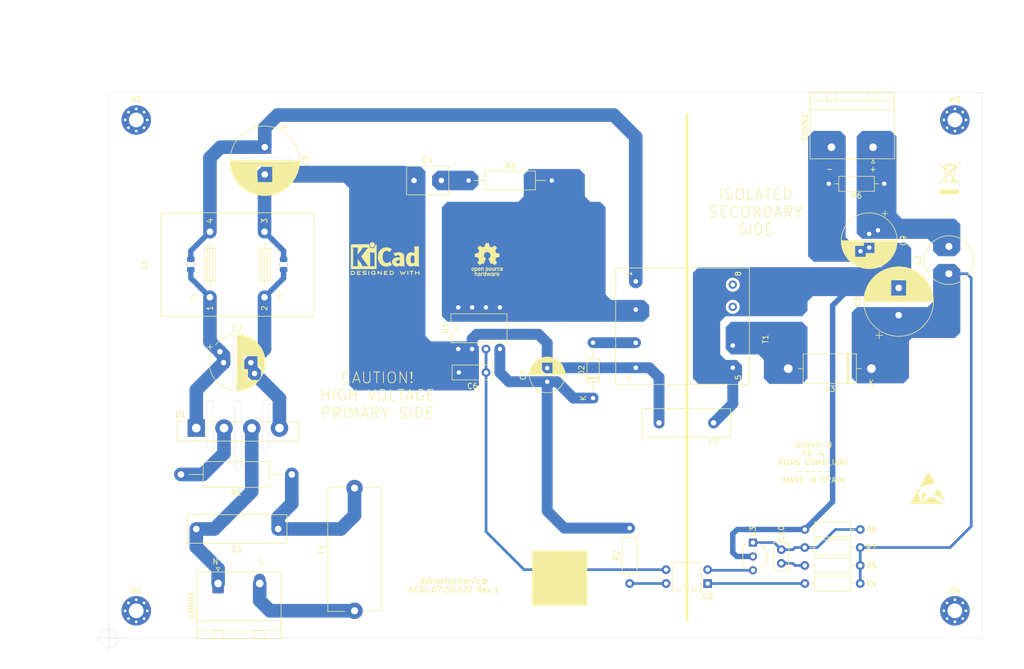
<source format=kicad_pcb>
(kicad_pcb (version 20171130) (host pcbnew 5.1.6-c6e7f7d~86~ubuntu16.04.1)
  (title_block (title "AC/DC flyback. 12V/0.85A output.") (date 2020-06-26) (rev 1) (company astroelectronic@))
  (layers (0 F.Cu signal) (31 B.Cu signal) (34 B.Paste user) (35 F.Paste user) (36 B.SilkS user) (37 F.SilkS user) (38 B.Mask user) (39 F.Mask user) (44 Edge.Cuts user))
  (net 0 "")
  (net 1 GND)
  (net 2 "Net-(C1-Pad1)")
  (net 3 GNDREF)
  (net 4 "Net-(H1-Pad1)")
  (net 5 "Net-(H2-Pad1)")
  (net 6 "Net-(H3-Pad1)")
  (net 7 "Net-(H4-Pad1)")
  (net 8 "Net-(D1-Pad2)")
  (net 9 /NEUTRAL)
  (net 10 /BRD_P)
  (net 11 /BRD_N)
  (net 12 /LINE)
  (net 13 /DC_LINK_H)
  (net 14 /OUT)
  (net 15 /DRAIN)
  (net 16 /BIAS)
  (net 17 /SEC)
  (net 18 /FB)
  (net 19 /VCC)
  (net 20 /ISO_A)
  (net 21 /ISO_K)
  (net 22 /COLLECTOR)
  (net 23 /REF)
  (net 24 "Net-(C4-Pad2)")
  (net 25 /RAW)
  (net 26 "Net-(C10-Pad1)")
  (module Resistor_SMD:R_0805_2012Metric (layer B.Cu) (at 82 81.5 270)
    (fp_text reference REF** hide)
    (fp_text value R_0805_2012Metric hide)
    (pad 2 smd roundrect (at 0.9375 0 270) (size 0.975 1.4) (layers B.Cu B.Paste B.Mask) (net 11 /BRD_N))
    (pad 1 smd roundrect (at -0.9375 0 270) (size 0.975 1.4) (layers B.Cu B.Paste B.Mask) (net 3 GNDREF))
  )
  (module Resistor_SMD:R_0805_2012Metric (layer B.Cu) (at 65 81.5 270)
    (fp_text reference REF** hide)
    (fp_text value R_0805_2012Metric hide)
    (pad 2 smd roundrect (at 0.9375 0 270) (size 0.975 1.4) (layers B.Cu B.Paste B.Mask) (net 10 /BRD_P))
    (pad 1 smd roundrect (at -0.9375 0 270) (size 0.975 1.4) (layers B.Cu B.Paste B.Mask) (net 13 /DC_LINK_H))
  )
  (module Symbol:OSHW-Logo_5.7x6mm_SilkScreen (layer F.Cu) (at 119.3 80.6)
    (fp_text reference REF** hide)
    (fp_text value OSHW-Logo_5.7x6mm_SilkScreen hide)
  )
  (module Symbol:KiCad-Logo2_5mm_SilkScreen (layer F.Cu) (at 100.6 80.4)
    (fp_text reference REF** hide)
    (fp_text value KiCad-Logo2_5mm_SilkScreen hide)
  )
  (module Symbol:ESD-Logo_6.6x6mm_SilkScreen (layer F.Cu) (at 200 122.4)
    (fp_text reference REF** hide)
    (fp_text value ESD-Logo_6.6x6mm_SilkScreen hide)
  )
  (module Symbol:WEEE-Logo_4.2x6mm_SilkScreen (layer F.Cu) (at 204 65.6)
    (fp_text reference REF** hide)
    (fp_text value WEEE-Logo_4.2x6mm_SilkScreen hide)
  )
  (module Connector_Phoenix_GMSTB:PhoenixContact_GMSTBA_2,5_2-G-7,62_1x02_P7.62mm_Horizontal (layer F.Cu) (at 70 140)
    (fp_text reference CONN1 (at -4.9 3.9 90) (layer F.SilkS))
    (fp_text value 100-240Vac)
    (pad 1 thru_hole roundrect (at 0 0) (size 2.1 3.6) (drill 1.4) (layers *.Cu *.Mask) (roundrect_rratio 0.119048) (net 9 /NEUTRAL))
    (pad 2 thru_hole oval (at 7.62 0) (size 2.1 3.6) (drill 1.4) (layers *.Cu *.Mask) (net 12 /LINE))
  )
  (module Connector_Phoenix_GMSTB:PhoenixContact_GMSTBA_2,5_2-G-7,62_1x02_P7.62mm_Horizontal (layer F.Cu) (at 190 60 180)
    (fp_text reference CONN2 (at 12.5 3.6 90) (layer F.SilkS))
    (fp_text value 12V/0.85A)
    (pad 2 thru_hole oval (at 7.62 0 180) (size 2.1 3.6) (drill 1.4) (layers *.Cu *.Mask) (net 1 GND))
    (pad 1 thru_hole roundrect (at 0 0 180) (size 2.1 3.6) (drill 1.4) (layers *.Cu *.Mask) (roundrect_rratio 0.119048) (net 14 /OUT))
  )
  (module MountingHole:MountingHole_2.7mm_M2.5_Pad_Via (layer F.Cu) (at 55 145)
    (fp_text reference H1 (at 0 -3.7) (layer F.SilkS))
    (fp_text value M2.5)
    (pad 1 thru_hole circle (at 1.431891 -1.431891) (size 0.8 0.8) (drill 0.5) (layers *.Cu *.Mask) (net 4 "Net-(H1-Pad1)"))
    (pad 1 thru_hole circle (at 0 -2.025) (size 0.8 0.8) (drill 0.5) (layers *.Cu *.Mask) (net 4 "Net-(H1-Pad1)"))
    (pad 1 thru_hole circle (at -1.431891 -1.431891) (size 0.8 0.8) (drill 0.5) (layers *.Cu *.Mask) (net 4 "Net-(H1-Pad1)"))
    (pad 1 thru_hole circle (at -2.025 0) (size 0.8 0.8) (drill 0.5) (layers *.Cu *.Mask) (net 4 "Net-(H1-Pad1)"))
    (pad 1 thru_hole circle (at -1.431891 1.431891) (size 0.8 0.8) (drill 0.5) (layers *.Cu *.Mask) (net 4 "Net-(H1-Pad1)"))
    (pad 1 thru_hole circle (at 0 2.025) (size 0.8 0.8) (drill 0.5) (layers *.Cu *.Mask) (net 4 "Net-(H1-Pad1)"))
    (pad 1 thru_hole circle (at 1.431891 1.431891) (size 0.8 0.8) (drill 0.5) (layers *.Cu *.Mask) (net 4 "Net-(H1-Pad1)"))
    (pad 1 thru_hole circle (at 2.025 0) (size 0.8 0.8) (drill 0.5) (layers *.Cu *.Mask) (net 4 "Net-(H1-Pad1)"))
    (pad 1 thru_hole circle (at 0 0) (size 5.4 5.4) (drill 2.7) (layers *.Cu *.Mask) (net 4 "Net-(H1-Pad1)"))
  )
  (module MountingHole:MountingHole_2.7mm_M2.5_Pad_Via (layer F.Cu) (at 55 55)
    (fp_text reference H2 (at 0 -3.7) (layer F.SilkS))
    (fp_text value M2.5)
    (pad 1 thru_hole circle (at 0 0) (size 5.4 5.4) (drill 2.7) (layers *.Cu *.Mask) (net 5 "Net-(H2-Pad1)"))
    (pad 1 thru_hole circle (at 2.025 0) (size 0.8 0.8) (drill 0.5) (layers *.Cu *.Mask) (net 5 "Net-(H2-Pad1)"))
    (pad 1 thru_hole circle (at 1.431891 1.431891) (size 0.8 0.8) (drill 0.5) (layers *.Cu *.Mask) (net 5 "Net-(H2-Pad1)"))
    (pad 1 thru_hole circle (at 0 2.025) (size 0.8 0.8) (drill 0.5) (layers *.Cu *.Mask) (net 5 "Net-(H2-Pad1)"))
    (pad 1 thru_hole circle (at -1.431891 1.431891) (size 0.8 0.8) (drill 0.5) (layers *.Cu *.Mask) (net 5 "Net-(H2-Pad1)"))
    (pad 1 thru_hole circle (at -2.025 0) (size 0.8 0.8) (drill 0.5) (layers *.Cu *.Mask) (net 5 "Net-(H2-Pad1)"))
    (pad 1 thru_hole circle (at -1.431891 -1.431891) (size 0.8 0.8) (drill 0.5) (layers *.Cu *.Mask) (net 5 "Net-(H2-Pad1)"))
    (pad 1 thru_hole circle (at 0 -2.025) (size 0.8 0.8) (drill 0.5) (layers *.Cu *.Mask) (net 5 "Net-(H2-Pad1)"))
    (pad 1 thru_hole circle (at 1.431891 -1.431891) (size 0.8 0.8) (drill 0.5) (layers *.Cu *.Mask) (net 5 "Net-(H2-Pad1)"))
  )
  (module MountingHole:MountingHole_2.7mm_M2.5_Pad_Via (layer F.Cu) (at 205 55)
    (fp_text reference H3 (at 0 -3.7) (layer F.SilkS))
    (fp_text value M2.5)
    (pad 1 thru_hole circle (at 1.431891 -1.431891) (size 0.8 0.8) (drill 0.5) (layers *.Cu *.Mask) (net 6 "Net-(H3-Pad1)"))
    (pad 1 thru_hole circle (at 0 -2.025) (size 0.8 0.8) (drill 0.5) (layers *.Cu *.Mask) (net 6 "Net-(H3-Pad1)"))
    (pad 1 thru_hole circle (at -1.431891 -1.431891) (size 0.8 0.8) (drill 0.5) (layers *.Cu *.Mask) (net 6 "Net-(H3-Pad1)"))
    (pad 1 thru_hole circle (at -2.025 0) (size 0.8 0.8) (drill 0.5) (layers *.Cu *.Mask) (net 6 "Net-(H3-Pad1)"))
    (pad 1 thru_hole circle (at -1.431891 1.431891) (size 0.8 0.8) (drill 0.5) (layers *.Cu *.Mask) (net 6 "Net-(H3-Pad1)"))
    (pad 1 thru_hole circle (at 0 2.025) (size 0.8 0.8) (drill 0.5) (layers *.Cu *.Mask) (net 6 "Net-(H3-Pad1)"))
    (pad 1 thru_hole circle (at 1.431891 1.431891) (size 0.8 0.8) (drill 0.5) (layers *.Cu *.Mask) (net 6 "Net-(H3-Pad1)"))
    (pad 1 thru_hole circle (at 2.025 0) (size 0.8 0.8) (drill 0.5) (layers *.Cu *.Mask) (net 6 "Net-(H3-Pad1)"))
    (pad 1 thru_hole circle (at 0 0) (size 5.4 5.4) (drill 2.7) (layers *.Cu *.Mask) (net 6 "Net-(H3-Pad1)"))
  )
  (module MountingHole:MountingHole_2.7mm_M2.5_Pad_Via (layer F.Cu) (at 205 145)
    (fp_text reference H4 (at 0 -3.7) (layer F.SilkS))
    (fp_text value M2.5)
    (pad 1 thru_hole circle (at 0 0) (size 5.4 5.4) (drill 2.7) (layers *.Cu *.Mask) (net 7 "Net-(H4-Pad1)"))
    (pad 1 thru_hole circle (at 2.025 0) (size 0.8 0.8) (drill 0.5) (layers *.Cu *.Mask) (net 7 "Net-(H4-Pad1)"))
    (pad 1 thru_hole circle (at 1.431891 1.431891) (size 0.8 0.8) (drill 0.5) (layers *.Cu *.Mask) (net 7 "Net-(H4-Pad1)"))
    (pad 1 thru_hole circle (at 0 2.025) (size 0.8 0.8) (drill 0.5) (layers *.Cu *.Mask) (net 7 "Net-(H4-Pad1)"))
    (pad 1 thru_hole circle (at -1.431891 1.431891) (size 0.8 0.8) (drill 0.5) (layers *.Cu *.Mask) (net 7 "Net-(H4-Pad1)"))
    (pad 1 thru_hole circle (at -2.025 0) (size 0.8 0.8) (drill 0.5) (layers *.Cu *.Mask) (net 7 "Net-(H4-Pad1)"))
    (pad 1 thru_hole circle (at -1.431891 -1.431891) (size 0.8 0.8) (drill 0.5) (layers *.Cu *.Mask) (net 7 "Net-(H4-Pad1)"))
    (pad 1 thru_hole circle (at 0 -2.025) (size 0.8 0.8) (drill 0.5) (layers *.Cu *.Mask) (net 7 "Net-(H4-Pad1)"))
    (pad 1 thru_hole circle (at 1.431891 -1.431891) (size 0.8 0.8) (drill 0.5) (layers *.Cu *.Mask) (net 7 "Net-(H4-Pad1)"))
  )
  (module Capacitor_THT:C_Rect_L18.0mm_W5.0mm_P15.00mm_FKS3_FKP3 (layer F.Cu) (at 81 130 180)
    (fp_text reference C1 (at 7.5 -3.75) (layer F.SilkS))
    (fp_text value 0.047uF)
    (pad 1 thru_hole circle (at 0 0 180) (size 2.4 2.4) (drill 1.2) (layers *.Cu *.Mask) (net 2 "Net-(C1-Pad1)"))
    (pad 2 thru_hole circle (at 15 0 180) (size 2.4 2.4) (drill 1.2) (layers *.Cu *.Mask) (net 9 /NEUTRAL))
  )
  (module Diode_THT:Diode_Bridge_Vishay_GBU (layer F.Cu) (at 66 111.5)
    (fp_text reference D1 (at -2.9 -2.5 180) (layer F.SilkS))
    (fp_text value GBU4K-E3/51)
    (pad 4 thru_hole circle (at 15.24 0) (size 3.2 3.2) (drill 1.6) (layers *.Cu *.Mask) (net 11 /BRD_N))
    (pad 3 thru_hole circle (at 10.16 0) (size 3.2 3.2) (drill 1.6) (layers *.Cu *.Mask) (net 9 /NEUTRAL))
    (pad 2 thru_hole circle (at 5.08 0) (size 3.2 3.2) (drill 1.6) (layers *.Cu *.Mask) (net 8 "Net-(D1-Pad2)"))
    (pad 1 thru_hole rect (at 0 0) (size 3.2 3.2) (drill 1.6) (layers *.Cu *.Mask) (net 10 /BRD_P))
  )
  (module Fuse:Fuseholder_Cylinder-5x20mm_Schurter_0031_8201_Horizontal_Open (layer F.Cu) (at 95 145 90)
    (fp_text reference F1 (at 11.25 -6 90) (layer F.SilkS))
    (fp_text value 1AT/250V)
    (pad 1 thru_hole circle (at 0 0 90) (size 3 3) (drill 1.3) (layers *.Cu *.Mask) (net 12 /LINE))
    (pad 2 thru_hole circle (at 22.5 0 90) (size 3 3) (drill 1.3) (layers *.Cu *.Mask) (net 2 "Net-(C1-Pad1)"))
    (pad "" np_thru_hole circle (at 11.25 0 90) (size 2.7 2.7) (drill 2.7) (layers *.Cu *.Mask))
  )
  (module AE01.17.25.000:L_CommonMode_Wuerth_WE-CMB-NC (layer F.Cu) (at 68.5 87.5 90)
    (fp_text reference L1 (at 6 -12 90) (layer F.SilkS))
    (fp_text value 2x35mH)
    (fp_text user 1 (at -2 0 90) (layer F.SilkS))
    (fp_text user 4 (at 14 0 90) (layer F.SilkS))
    (fp_text user 2 (at -2 10 90) (layer F.SilkS))
    (fp_text user 3 (at 14 10 90) (layer F.SilkS))
    (pad 2 thru_hole circle (at 0 10 90) (size 2.2 2.2) (drill 1.2) (layers *.Cu *.Mask) (net 11 /BRD_N))
    (pad 3 thru_hole circle (at 12 10 90) (size 2.2 2.2) (drill 1.2) (layers *.Cu *.Mask) (net 3 GNDREF))
    (pad 4 thru_hole circle (at 12 0 90) (size 2.2 2.2) (drill 1.2) (layers *.Cu *.Mask) (net 13 /DC_LINK_H))
    (pad 1 thru_hole circle (at 0 0 90) (size 2.2 2.2) (drill 1.2) (layers *.Cu *.Mask) (net 10 /BRD_P))
  )
  (module Resistor_THT:R_Axial_DIN0414_L11.9mm_D4.5mm_P20.32mm_Horizontal (layer F.Cu) (at 83.5 120 180)
    (fp_text reference R1 (at 10.16 -3.37) (layer F.SilkS))
    (fp_text value 5ohm/1W)
    (pad 1 thru_hole circle (at 0 0 180) (size 2.4 2.4) (drill 1.2) (layers *.Cu *.Mask) (net 2 "Net-(C1-Pad1)"))
    (pad 2 thru_hole oval (at 20.32 0 180) (size 2.4 2.4) (drill 1.2) (layers *.Cu *.Mask) (net 8 "Net-(D1-Pad2)"))
  )
  (module AE01.17.29.000:CVP_32-001 (layer F.Cu) (at 164.3 85.2 270)
    (fp_text reference T1 (at 10 -6 90) (layer F.SilkS))
    (fp_text value CVP_32-001)
    (fp_text user 1 (at -2 19 90) (layer F.SilkS))
    (fp_text user 4 (at 17 19 90) (layer F.SilkS))
    (fp_text user 5 (at 17 -1 90) (layer F.SilkS))
    (fp_text user 8 (at -2 -1 90) (layer F.SilkS))
    (pad 1 thru_hole circle (at -0.6 17.78 270) (size 1.524 1.524) (drill 0.84) (layers *.Cu *.Mask) (net 13 /DC_LINK_H))
    (pad 2 thru_hole circle (at 4.57 17.78 270) (size 1.524 1.524) (drill 0.84) (layers *.Cu *.Mask) (net 15 /DRAIN))
    (pad 3 thru_hole circle (at 10.67 17.78 270) (size 1.524 1.524) (drill 0.84) (layers *.Cu *.Mask) (net 16 /BIAS))
    (pad 4 thru_hole circle (at 15.24 17.78 270) (size 1.524 1.524) (drill 0.84) (layers *.Cu *.Mask) (net 3 GNDREF))
    (pad 8 thru_hole circle (at 0 0 270) (size 1.524 1.524) (drill 0.84) (layers *.Cu *.Mask))
    (pad 6 thru_hole circle (at 11.17 0 270) (size 1.524 1.524) (drill 0.84) (layers *.Cu *.Mask) (net 17 /SEC))
    (pad 7 thru_hole circle (at 4.06 0 270) (size 1.524 1.524) (drill 0.84) (layers *.Cu *.Mask))
    (pad 5 thru_hole circle (at 15.23 0 270) (size 1.524 1.524) (drill 0.84) (layers *.Cu *.Mask) (net 1 GND))
  )
  (module Package_DIP:DIP-8_W7.62mm (layer F.Cu) (at 114 97 90)
    (fp_text reference U1 (at 3.81 -2.33 90) (layer F.SilkS))
    (fp_text value VIPer22ADIP-E)
    (pad 1 thru_hole rect (at 0 0 90) (size 1.6 1.6) (drill 0.8) (layers *.Cu *.Mask) (net 3 GNDREF))
    (pad 5 thru_hole oval (at 7.62 7.62 90) (size 1.6 1.6) (drill 0.8) (layers *.Cu *.Mask) (net 15 /DRAIN))
    (pad 2 thru_hole oval (at 0 2.54 90) (size 1.6 1.6) (drill 0.8) (layers *.Cu *.Mask) (net 3 GNDREF))
    (pad 6 thru_hole oval (at 7.62 5.08 90) (size 1.6 1.6) (drill 0.8) (layers *.Cu *.Mask) (net 15 /DRAIN))
    (pad 3 thru_hole oval (at 0 5.08 90) (size 1.6 1.6) (drill 0.8) (layers *.Cu *.Mask) (net 18 /FB))
    (pad 7 thru_hole oval (at 7.62 2.54 90) (size 1.6 1.6) (drill 0.8) (layers *.Cu *.Mask) (net 15 /DRAIN))
    (pad 4 thru_hole oval (at 0 7.62 90) (size 1.6 1.6) (drill 0.8) (layers *.Cu *.Mask) (net 19 /VCC))
    (pad 8 thru_hole oval (at 7.62 0 90) (size 1.6 1.6) (drill 0.8) (layers *.Cu *.Mask) (net 15 /DRAIN))
  )
  (module Package_DIP:DIP-4_W7.62mm (layer F.Cu) (at 159.7 140 180)
    (fp_text reference U2 (at 0 -2.3) (layer F.SilkS))
    (fp_text value LTV-817)
    (pad 1 thru_hole rect (at 0 0 180) (size 1.6 1.6) (drill 0.8) (layers *.Cu *.Mask) (net 20 /ISO_A))
    (pad 3 thru_hole oval (at 7.62 2.54 180) (size 1.6 1.6) (drill 0.8) (layers *.Cu *.Mask) (net 18 /FB))
    (pad 2 thru_hole oval (at 0 2.54 180) (size 1.6 1.6) (drill 0.8) (layers *.Cu *.Mask) (net 21 /ISO_K))
    (pad 4 thru_hole oval (at 7.62 0 180) (size 1.6 1.6) (drill 0.8) (layers *.Cu *.Mask) (net 22 /COLLECTOR))
  )
  (module Capacitor_THT:CP_Radial_D10.0mm_P5.00mm_P7.50mm (layer F.Cu) (at 71 99.5)
    (fp_text reference C2 (at 2.5 -6.25) (layer F.SilkS))
    (fp_text value 10uF/400V)
    (pad 1 thru_hole rect (at 0 0) (size 2 2) (drill 1) (layers *.Cu *.Mask) (net 10 /BRD_P))
    (pad 2 thru_hole circle (at 5 0) (size 2 2) (drill 1) (layers *.Cu *.Mask) (net 11 /BRD_N))
    (pad 1 thru_hole rect (at -0.672144 -2) (size 2 2) (drill 1) (layers *.Cu *.Mask) (net 10 /BRD_P))
    (pad 2 thru_hole circle (at 5.672144 2) (size 2 2) (drill 1) (layers *.Cu *.Mask) (net 11 /BRD_N))
  )
  (module Capacitor_THT:CP_Radial_D12.5mm_P5.00mm (layer F.Cu) (at 78.55 59.99 270)
    (fp_text reference C3 (at 2.5 -7.5 90) (layer F.SilkS))
    (fp_text value 22uF/400V)
    (pad 1 thru_hole rect (at 0 0 270) (size 2.4 2.4) (drill 1.2) (layers *.Cu *.Mask) (net 13 /DC_LINK_H))
    (pad 2 thru_hole circle (at 5 0 270) (size 2.4 2.4) (drill 1.2) (layers *.Cu *.Mask) (net 3 GNDREF))
  )
  (module Diode_THT:D_DO-35_SOD27_P10.16mm_Horizontal (layer F.Cu) (at 138.7 106 90)
    (fp_text reference D2 (at 5.08 -2.12 90) (layer F.SilkS))
    (fp_text value 1N4148)
    (fp_text user K (at 0 -1.8 90) (layer F.SilkS))
    (pad 1 thru_hole rect (at 0 0 90) (size 1.6 1.6) (drill 0.8) (layers *.Cu *.Mask) (net 19 /VCC))
    (pad 2 thru_hole oval (at 10.16 0 90) (size 1.6 1.6) (drill 0.8) (layers *.Cu *.Mask) (net 16 /BIAS))
  )
  (module Resistor_THT:R_Axial_DIN0309_L9.0mm_D3.2mm_P15.24mm_Horizontal (layer F.Cu) (at 115.9 66.1)
    (fp_text reference R3 (at 7.62 -2.72) (layer F.SilkS))
    (fp_text value 2K/0.5W)
    (pad 1 thru_hole circle (at 0 0) (size 1.6 1.6) (drill 0.8) (layers *.Cu *.Mask) (net 24 "Net-(C4-Pad2)"))
    (pad 2 thru_hole oval (at 15.24 0) (size 1.6 1.6) (drill 0.8) (layers *.Cu *.Mask) (net 15 /DRAIN))
  )
  (module Capacitor_THT:C_Disc_D7.5mm_W5.0mm_P5.00mm (layer F.Cu) (at 105.9 66.1)
    (fp_text reference C4 (at 2.5 -3.75) (layer F.SilkS))
    (fp_text value 100pF/1KV)
    (pad 1 thru_hole circle (at 0 0) (size 2 2) (drill 1) (layers *.Cu *.Mask) (net 3 GNDREF))
    (pad 2 thru_hole circle (at 5 0) (size 2 2) (drill 1) (layers *.Cu *.Mask) (net 24 "Net-(C4-Pad2)"))
  )
  (module Capacitor_THT:CP_Radial_D6.3mm_P2.50mm (layer F.Cu) (at 130.3 103 90)
    (fp_text reference C5 (at 1.25 -4.4 90) (layer F.SilkS))
    (fp_text value 22uF/25V)
    (pad 1 thru_hole rect (at 0 0 90) (size 1.6 1.6) (drill 0.8) (layers *.Cu *.Mask) (net 19 /VCC))
    (pad 2 thru_hole circle (at 2.5 0 90) (size 1.6 1.6) (drill 0.8) (layers *.Cu *.Mask) (net 3 GNDREF))
  )
  (module Resistor_THT:R_Axial_DIN0207_L6.3mm_D2.5mm_P10.16mm_Horizontal (layer F.Cu) (at 145.4 140 90)
    (fp_text reference R2 (at 5.08 -2.37 90) (layer F.SilkS))
    (fp_text value 9.09K)
    (pad 1 thru_hole circle (at 0 0 90) (size 1.6 1.6) (drill 0.8) (layers *.Cu *.Mask) (net 22 /COLLECTOR))
    (pad 2 thru_hole oval (at 10.16 0 90) (size 1.6 1.6) (drill 0.8) (layers *.Cu *.Mask) (net 19 /VCC))
  )
  (module Resistor_THT:R_Axial_DIN0207_L6.3mm_D2.5mm_P10.16mm_Horizontal (layer F.Cu) (at 177.5 140)
    (fp_text reference R4 (at 12.2 0) (layer F.SilkS))
    (fp_text value 68.1)
    (pad 1 thru_hole circle (at 0 0) (size 1.6 1.6) (drill 0.8) (layers *.Cu *.Mask) (net 20 /ISO_A))
    (pad 2 thru_hole oval (at 10.16 0) (size 1.6 1.6) (drill 0.8) (layers *.Cu *.Mask) (net 25 /RAW))
  )
  (module Resistor_THT:R_Axial_DIN0207_L6.3mm_D2.5mm_P10.16mm_Horizontal (layer F.Cu) (at 177.5 136.7)
    (fp_text reference R5 (at 12.2 0) (layer F.SilkS))
    (fp_text value 475)
    (pad 1 thru_hole circle (at 0 0) (size 1.6 1.6) (drill 0.8) (layers *.Cu *.Mask) (net 26 "Net-(C10-Pad1)"))
    (pad 2 thru_hole oval (at 10.16 0) (size 1.6 1.6) (drill 0.8) (layers *.Cu *.Mask) (net 25 /RAW))
  )
  (module Resistor_THT:R_Axial_DIN0207_L6.3mm_D2.5mm_P10.16mm_Horizontal (layer F.Cu) (at 181.9 66.7)
    (fp_text reference R6 (at 5.08 2.2) (layer F.SilkS))
    (fp_text value DNP)
    (pad 1 thru_hole circle (at 0 0) (size 1.6 1.6) (drill 0.8) (layers *.Cu *.Mask) (net 1 GND))
    (pad 2 thru_hole oval (at 10.16 0) (size 1.6 1.6) (drill 0.8) (layers *.Cu *.Mask) (net 14 /OUT))
  )
  (module Resistor_THT:R_Axial_DIN0207_L6.3mm_D2.5mm_P10.16mm_Horizontal (layer F.Cu) (at 177.5 133.4)
    (fp_text reference R7 (at 12.2 0) (layer F.SilkS))
    (fp_text value 13.3K)
    (pad 1 thru_hole circle (at 0 0) (size 1.6 1.6) (drill 0.8) (layers *.Cu *.Mask) (net 23 /REF))
    (pad 2 thru_hole oval (at 10.16 0) (size 1.6 1.6) (drill 0.8) (layers *.Cu *.Mask) (net 25 /RAW))
  )
  (module Resistor_THT:R_Axial_DIN0207_L6.3mm_D2.5mm_P10.16mm_Horizontal (layer F.Cu) (at 177.5 130.1)
    (fp_text reference R8 (at 12.2 0) (layer F.SilkS))
    (fp_text value 3.48K)
    (pad 2 thru_hole oval (at 10.16 0) (size 1.6 1.6) (drill 0.8) (layers *.Cu *.Mask) (net 23 /REF))
    (pad 1 thru_hole circle (at 0 0) (size 1.6 1.6) (drill 0.8) (layers *.Cu *.Mask) (net 1 GND))
  )
  (module Package_TO_SOT_THT:TO-92_Inline_Wide (layer F.Cu) (at 168 132.5 270)
    (fp_text reference U3 (at -2 0 90) (layer F.SilkS))
    (fp_text value TL431)
    (pad 2 thru_hole circle (at 2.54 0) (size 1.5 1.5) (drill 0.8) (layers *.Cu *.Mask) (net 1 GND))
    (pad 3 thru_hole circle (at 5.08 0) (size 1.5 1.5) (drill 0.8) (layers *.Cu *.Mask) (net 21 /ISO_K))
    (pad 1 thru_hole rect (at 0 0) (size 1.5 1.5) (drill 0.8) (layers *.Cu *.Mask) (net 23 /REF))
  )
  (module Capacitor_THT:C_Rect_L7.2mm_W2.5mm_P5.00mm_FKS2_FKP2_MKS2_MKP2 (layer F.Cu) (at 119.1 101.3 180)
    (fp_text reference C6 (at 2.5 -2.5) (layer F.SilkS))
    (fp_text value 10nF/50V)
    (pad 1 thru_hole circle (at 0 0 180) (size 1.6 1.6) (drill 0.8) (layers *.Cu *.Mask) (net 18 /FB))
    (pad 2 thru_hole circle (at 5 0 180) (size 1.6 1.6) (drill 0.8) (layers *.Cu *.Mask) (net 3 GNDREF))
  )
  (module Diode_THT:D_DO-201AD_P15.24mm_Horizontal (layer F.Cu) (at 189.7 100.6 180)
    (fp_text reference D3 (at 7.62 -3.72) (layer F.SilkS))
    (fp_text value BYW98-200)
    (fp_text user K (at 0 -2.6) (layer F.SilkS))
    (pad 1 thru_hole rect (at 0 0 180) (size 3.2 3.2) (drill 1.6) (layers *.Cu *.Mask) (net 25 /RAW))
    (pad 2 thru_hole oval (at 15.24 0 180) (size 3.2 3.2) (drill 1.6) (layers *.Cu *.Mask) (net 17 /SEC))
  )
  (module Capacitor_THT:CP_Radial_D12.5mm_P5.00mm (layer F.Cu) (at 194.7 90.8 90)
    (fp_text reference C8 (at 2.5 -7.5 90) (layer F.SilkS))
    (fp_text value 1500uF/25V)
    (pad 1 thru_hole rect (at 0 0 90) (size 2.4 2.4) (drill 1.2) (layers *.Cu *.Mask) (net 25 /RAW))
    (pad 2 thru_hole circle (at 5 0 90) (size 2.4 2.4) (drill 1.2) (layers *.Cu *.Mask) (net 1 GND))
  )
  (module Capacitor_THT:CP_Radial_D10.0mm_P2.50mm_P5.00mm (layer F.Cu) (at 189.3 75.9 270)
    (fp_text reference C9 (at 1.25 -6.25 90) (layer F.SilkS))
    (fp_text value 100uF/25V)
    (pad 1 thru_hole rect (at 0 0 270) (size 1.6 1.6) (drill 0.8) (layers *.Cu *.Mask) (net 14 /OUT))
    (pad 2 thru_hole circle (at 2.5 0 270) (size 1.6 1.6) (drill 0.8) (layers *.Cu *.Mask) (net 1 GND))
    (pad 1 thru_hole rect (at -0.670937 -1.6 270) (size 1.6 1.6) (drill 0.8) (layers *.Cu *.Mask) (net 14 /OUT))
    (pad 2 thru_hole circle (at 3.170937 1.6 270) (size 1.6 1.6) (drill 0.8) (layers *.Cu *.Mask) (net 1 GND))
  )
  (module Inductor_THT:L_Radial_D8.7mm_P5.00mm_Fastron_07HCP (layer F.Cu) (at 203.9 83.2 90)
    (fp_text reference L2 (at 2.5 -5.6 90) (layer F.SilkS))
    (fp_text value 10uH)
    (pad 1 thru_hole circle (at 0 0 90) (size 2.6 2.6) (drill 1.3) (layers *.Cu *.Mask) (net 25 /RAW))
    (pad 2 thru_hole circle (at 5 0 90) (size 2.6 2.6) (drill 1.3) (layers *.Cu *.Mask) (net 14 /OUT))
  )
  (module Capacitor_THT:C_Disc_D5.0mm_W2.5mm_P2.50mm (layer F.Cu) (at 173.2 136.3 90)
    (fp_text reference C10 (at 5.5 0 90) (layer F.SilkS))
    (fp_text value 0.01uF)
    (pad 1 thru_hole circle (at 0 0 90) (size 1.6 1.6) (drill 0.8) (layers *.Cu *.Mask) (net 26 "Net-(C10-Pad1)"))
    (pad 2 thru_hole circle (at 2.5 0 90) (size 1.6 1.6) (drill 0.8) (layers *.Cu *.Mask) (net 23 /REF))
  )
  (module Capacitor_THT:C_Disc_D16.0mm_W5.0mm_P10.00mm (layer F.Cu) (at 160.79 110.55 180)
    (fp_text reference C7 (at -0.01 -3.55) (layer F.SilkS))
    (fp_text value 4.7nF/760V)
    (pad 1 thru_hole circle (at 0 0 180) (size 2 2) (drill 1) (layers *.Cu *.Mask) (net 1 GND))
    (pad 2 thru_hole circle (at 10 0 180) (size 2 2) (drill 1) (layers *.Cu *.Mask) (net 3 GNDREF))
  )
  (gr_text "ISOLATED\nSECONDARY\nSIDE" (at 168.5 71.9) (layer F.SilkS) (effects (font (size 2 2))))
  (gr_line (start 155.9 146.7) (end 155.9 54) (layer F.SilkS) (width 0.5))
  (gr_text "CAUTION!\nHIGH VOLTAGE\nPRIMARY SIDE" (at 99.2 105.5) (layer F.SilkS) (effects (font (size 2 2))))
  (gr_text "UL94V-0\nFR-4\nROHS COMPLIANT\n-----\nMADE IN SPAIN" (at 179.1 117.8) (layer F.SilkS) (effects (font (size 1 1))))
  (gr_line (start 74.55 63.03) (end 82.61 63.03) (layer Edge.Cuts) (width 0.05))
  (gr_line (start 74.55 61.83) (end 82.61 61.83) (layer Edge.Cuts) (width 0.05))
  (gr_arc (start 82.61 62.43) (end 82.61 63.03) (angle -180) (layer Edge.Cuts) (width 0.05))
  (gr_arc (start 74.55 62.43) (end 74.55 61.83) (angle -180) (layer Edge.Cuts) (width 0.05))
  (gr_line (start 72.81 95.29) (end 72.81 103.35) (layer Edge.Cuts) (width 0.05))
  (gr_line (start 74.01 95.29) (end 74.01 103.35) (layer Edge.Cuts) (width 0.05))
  (gr_arc (start 73.41 103.35) (end 72.81 103.35) (angle -180) (layer Edge.Cuts) (width 0.05))
  (gr_arc (start 73.41 95.29) (end 74.01 95.29) (angle -180) (layer Edge.Cuts) (width 0.05))
  (gr_poly (pts (xy 137.6 144) (xy 127.6 144) (xy 127.6 134) (xy 137.6 134)) (layer F.SilkS) (width 0.1))
  (gr_line (start 78.12 107) (end 78.12 115.06) (layer Edge.Cuts) (width 0.05))
  (gr_line (start 79.32 107) (end 79.32 115.06) (layer Edge.Cuts) (width 0.05))
  (gr_arc (start 78.72 107) (end 79.32 107) (angle -180) (layer Edge.Cuts) (width 0.05))
  (gr_arc (start 78.72 115.06) (end 78.12 115.06) (angle -180) (layer Edge.Cuts) (width 0.05))
  (gr_line (start 73.03 106.99) (end 73.03 118.53) (layer Edge.Cuts) (width 0.05))
  (gr_line (start 74.23 106.99) (end 74.23 118.53) (layer Edge.Cuts) (width 0.05))
  (gr_arc (start 73.63 106.99) (end 74.23 106.99) (angle -180) (layer Edge.Cuts) (width 0.05))
  (gr_arc (start 73.63 118.53) (end 73.03 118.53) (angle -180) (layer Edge.Cuts) (width 0.05))
  (gr_arc (start 68.55 107) (end 69.15 107) (angle -180) (layer Edge.Cuts) (width 0.05))
  (gr_arc (start 68.55 115.06) (end 67.95 115.06) (angle -180) (layer Edge.Cuts) (width 0.05))
  (gr_line (start 69.15 107) (end 69.15 115.06) (layer Edge.Cuts) (width 0.05))
  (gr_line (start 67.95 107) (end 67.95 115.06) (layer Edge.Cuts) (width 0.05))
  (gr_text + (at 190 64) (layer F.SilkS) (effects (font (size 1 1))))
  (gr_text - (at 182 64) (layer F.SilkS) (effects (font (size 1 1))))
  (gr_text N (at 69.5 136) (layer F.SilkS) (effects (font (size 1 1))))
  (gr_text L (at 78 136) (layer F.SilkS) (effects (font (size 1 1))))
  (gr_text "astroelectronic@\nAE01.07.30.122 Rev.1" (at 113.2 140.3) (layer F.SilkS) (effects (font (size 1 1))))
  (gr_line (start 50 50) (end 50 150) (layer Edge.Cuts) (width 0.05))
  (gr_line (start 210 50) (end 50 50) (layer Edge.Cuts) (width 0.05))
  (gr_line (start 210 150) (end 210 50) (layer Edge.Cuts) (width 0.05))
  (gr_line (start 50 150) (end 210 150) (layer Edge.Cuts) (width 0.05))
  (target plus (at 50 150) (size 5) (width 0.05) (layer Edge.Cuts))
  (segment (start 177.5 130.1) (end 165.1 130.1) (width 1) (layer B.Cu) (net 1))
  (segment (start 164.3 134.3) (end 165.04 135.04) (width 1) (layer B.Cu) (net 1))
  (segment (start 165.04 135.04) (end 168 135.04) (width 1) (layer B.Cu) (net 1))
  (segment (start 164.3 130.9) (end 164.3 134.3) (width 1) (layer B.Cu) (net 1))
  (segment (start 165.1 130.1) (end 164.3 130.9) (width 1) (layer B.Cu) (net 1))
  (segment (start 164.3 107.04) (end 160.79 110.55) (width 2) (layer B.Cu) (net 1))
  (segment (start 164.3 100.43) (end 164.3 107.04) (width 2) (layer B.Cu) (net 1))
  (segment (start 185.8 85.8) (end 194.7 85.8) (width 1) (layer B.Cu) (net 1))
  (segment (start 182.6 89) (end 185.8 85.8) (width 1) (layer B.Cu) (net 1))
  (segment (start 182.6 125) (end 182.6 89) (width 1) (layer B.Cu) (net 1))
  (segment (start 177.5 130.1) (end 182.6 125) (width 1) (layer B.Cu) (net 1))
  (segment (start 81 130) (end 92.5 130) (width 2.5) (layer B.Cu) (net 2))
  (segment (start 92.5 130) (end 95 127.5) (width 2.5) (layer B.Cu) (net 2))
  (segment (start 95 127.5) (end 95 122.5) (width 2.5) (layer B.Cu) (net 2))
  (segment (start 81 130) (end 81 127.83) (width 2.5) (layer B.Cu) (net 2))
  (segment (start 81 127.83) (end 83.5 125.33) (width 2.5) (layer B.Cu) (net 2))
  (segment (start 83.5 125.33) (end 83.5 120) (width 2.5) (layer B.Cu) (net 2))
  (segment (start 78.5 65.04) (end 78.55 64.99) (width 2.5) (layer B.Cu) (net 3))
  (segment (start 78.5 75.5) (end 78.5 65.04) (width 2.5) (layer B.Cu) (net 3))
  (segment (start 150.79 110.55) (end 150.79 102.19) (width 2) (layer B.Cu) (net 3))
  (segment (start 149.04 100.44) (end 146.52 100.44) (width 2) (layer B.Cu) (net 3))
  (segment (start 150.79 102.19) (end 149.04 100.44) (width 2) (layer B.Cu) (net 3))
  (segment (start 130.36 100.44) (end 130.3 100.5) (width 1) (layer B.Cu) (net 3))
  (segment (start 146.52 100.44) (end 130.36 100.44) (width 2) (layer B.Cu) (net 3))
  (segment (start 130.3 100.5) (end 130.3 95.9) (width 2) (layer B.Cu) (net 3))
  (segment (start 117.4 94.3) (end 116.54 95.16) (width 2) (layer B.Cu) (net 3))
  (segment (start 116.54 95.16) (end 116.54 97) (width 2) (layer B.Cu) (net 3))
  (segment (start 130.3 95.9) (end 128.7 94.3) (width 2) (layer B.Cu) (net 3))
  (segment (start 128.7 94.3) (end 117.4 94.3) (width 2) (layer B.Cu) (net 3))
  (segment (start 82 79) (end 78.5 75.5) (width 1) (layer B.Cu) (net 3))
  (segment (start 82 80.5625) (end 82 79) (width 1) (layer B.Cu) (net 3))
  (segment (start 71.08 116.12) (end 71.08 111.5) (width 2.5) (layer B.Cu) (net 8))
  (segment (start 67.2 120) (end 71.08 116.12) (width 2.5) (layer B.Cu) (net 8))
  (segment (start 63.18 120) (end 67.2 120) (width 2.5) (layer B.Cu) (net 8))
  (segment (start 76.16 123.14) (end 76.16 111.5) (width 2.5) (layer B.Cu) (net 9))
  (segment (start 69.3 130) (end 76.16 123.14) (width 2.5) (layer B.Cu) (net 9))
  (segment (start 66 130) (end 69.3 130) (width 2.5) (layer B.Cu) (net 9))
  (segment (start 66 133.3) (end 66 130) (width 2.5) (layer B.Cu) (net 9))
  (segment (start 70 137.3) (end 66 133.3) (width 2.5) (layer B.Cu) (net 9))
  (segment (start 70 140) (end 70 137.3) (width 2.5) (layer B.Cu) (net 9))
  (segment (start 66 104.5) (end 71 99.5) (width 2.5) (layer B.Cu) (net 10))
  (segment (start 66 111.5) (end 66 104.5) (width 2.5) (layer B.Cu) (net 10))
  (segment (start 68.5 95.672144) (end 70.327856 97.5) (width 2.5) (layer B.Cu) (net 10))
  (segment (start 68.5 87.5) (end 68.5 95.672144) (width 2.5) (layer B.Cu) (net 10))
  (segment (start 71 98.172144) (end 70.327856 97.5) (width 2.5) (layer B.Cu) (net 10))
  (segment (start 71 99.5) (end 71 98.172144) (width 2.5) (layer B.Cu) (net 10))
  (segment (start 65 84) (end 68.5 87.5) (width 1) (layer B.Cu) (net 10))
  (segment (start 65 82.4375) (end 65 84) (width 1) (layer B.Cu) (net 10))
  (segment (start 81.24 106.067856) (end 76.672144 101.5) (width 2.5) (layer B.Cu) (net 11))
  (segment (start 81.24 111.5) (end 81.24 106.067856) (width 2.5) (layer B.Cu) (net 11))
  (segment (start 78.5 97) (end 76 99.5) (width 2.5) (layer B.Cu) (net 11))
  (segment (start 78.5 87.5) (end 78.5 97) (width 2.5) (layer B.Cu) (net 11))
  (segment (start 76 100.827856) (end 76.672144 101.5) (width 2.5) (layer B.Cu) (net 11))
  (segment (start 76 99.5) (end 76 100.827856) (width 2.5) (layer B.Cu) (net 11))
  (segment (start 82 84) (end 78.5 87.5) (width 1) (layer B.Cu) (net 11))
  (segment (start 82 82.4375) (end 82 84) (width 1) (layer B.Cu) (net 11))
  (segment (start 95 145) (end 79.5 145) (width 2.5) (layer B.Cu) (net 12))
  (segment (start 79.5 145) (end 77.62 143.12) (width 2.5) (layer B.Cu) (net 12))
  (segment (start 77.62 143.12) (end 77.62 140) (width 2.5) (layer B.Cu) (net 12))
  (segment (start 78.55 59.99) (end 70.45 59.99) (width 2.5) (layer B.Cu) (net 13))
  (segment (start 70.45 59.99) (end 68.5 61.94) (width 2.5) (layer B.Cu) (net 13))
  (segment (start 68.5 61.94) (end 68.5 75.5) (width 2.5) (layer B.Cu) (net 13))
  (segment (start 78.55 59.99) (end 78.55 56.45) (width 2.5) (layer B.Cu) (net 13))
  (segment (start 142.5 54.1) (end 146.52 58.12) (width 2.5) (layer B.Cu) (net 13))
  (segment (start 146.52 58.12) (end 146.52 84.6) (width 2.5) (layer B.Cu) (net 13))
  (segment (start 80.9 54.1) (end 142.5 54.1) (width 2.5) (layer B.Cu) (net 13))
  (segment (start 78.55 56.45) (end 80.9 54.1) (width 2.5) (layer B.Cu) (net 13))
  (segment (start 65 79) (end 68.5 75.5) (width 1) (layer B.Cu) (net 13))
  (segment (start 65 80.5625) (end 65 79) (width 1) (layer B.Cu) (net 13))
  (segment (start 146.49 95.84) (end 146.52 95.87) (width 1) (layer B.Cu) (net 16))
  (segment (start 138.7 95.84) (end 146.49 95.84) (width 2) (layer B.Cu) (net 16))
  (segment (start 152.08 137.46) (end 126.06 137.46) (width 0.5) (layer B.Cu) (net 18))
  (segment (start 119.1 130.5) (end 126.06 137.46) (width 0.5) (layer B.Cu) (net 18))
  (segment (start 119.1 101.3) (end 119.1 130.5) (width 0.5) (layer B.Cu) (net 18))
  (segment (start 119.1 97.02) (end 119.08 97) (width 0.5) (layer B.Cu) (net 18))
  (segment (start 119.1 101.3) (end 119.1 97.02) (width 0.5) (layer B.Cu) (net 18))
  (segment (start 145.4 129.84) (end 133.44 129.84) (width 2) (layer B.Cu) (net 19))
  (segment (start 133.44 129.84) (end 130.3 126.7) (width 2) (layer B.Cu) (net 19))
  (segment (start 130.3 126.7) (end 130.3 103) (width 2) (layer B.Cu) (net 19))
  (segment (start 130.3 103) (end 123.3 103) (width 2) (layer B.Cu) (net 19))
  (segment (start 121.62 101.32) (end 121.62 97) (width 2) (layer B.Cu) (net 19))
  (segment (start 123.3 103) (end 121.62 101.32) (width 2) (layer B.Cu) (net 19))
  (segment (start 132.1 103) (end 130.3 103) (width 2) (layer B.Cu) (net 19))
  (segment (start 135.1 106) (end 132.1 103) (width 2) (layer B.Cu) (net 19))
  (segment (start 138.7 106) (end 135.1 106) (width 2) (layer B.Cu) (net 19))
  (segment (start 177.5 140) (end 159.7 140) (width 0.5) (layer B.Cu) (net 20))
  (segment (start 159.82 137.58) (end 159.7 137.46) (width 0.5) (layer B.Cu) (net 21))
  (segment (start 168 137.58) (end 159.82 137.58) (width 0.5) (layer B.Cu) (net 21))
  (segment (start 152.08 140) (end 145.4 140) (width 0.5) (layer B.Cu) (net 22))
  (segment (start 177.5 133.4) (end 179.8 133.4) (width 0.5) (layer B.Cu) (net 23))
  (segment (start 183.1 130.1) (end 187.66 130.1) (width 0.5) (layer B.Cu) (net 23))
  (segment (start 179.8 133.4) (end 183.1 130.1) (width 0.5) (layer B.Cu) (net 23))
  (segment (start 173.2 133.8) (end 175.3 133.8) (width 0.5) (layer B.Cu) (net 23))
  (segment (start 175.7 133.4) (end 177.5 133.4) (width 0.5) (layer B.Cu) (net 23))
  (segment (start 175.3 133.8) (end 175.7 133.4) (width 0.5) (layer B.Cu) (net 23))
  (segment (start 171.9 132.5) (end 173.2 133.8) (width 0.5) (layer B.Cu) (net 23))
  (segment (start 168 132.5) (end 171.9 132.5) (width 0.5) (layer B.Cu) (net 23))
  (segment (start 187.66 140) (end 187.66 136.7) (width 0.5) (layer B.Cu) (net 25))
  (segment (start 187.66 136.7) (end 187.66 133.4) (width 0.5) (layer B.Cu) (net 25))
  (segment (start 187.66 133.4) (end 204.1 133.4) (width 0.5) (layer B.Cu) (net 25))
  (segment (start 208 84) (end 207.2 83.2) (width 0.5) (layer B.Cu) (net 25))
  (segment (start 207.2 83.2) (end 203.9 83.2) (width 0.5) (layer B.Cu) (net 25))
  (segment (start 208 129.5) (end 208 84) (width 0.5) (layer B.Cu) (net 25))
  (segment (start 204.1 133.4) (end 208 129.5) (width 0.5) (layer B.Cu) (net 25))
  (segment (start 173.2 136.3) (end 175.3 136.3) (width 0.5) (layer B.Cu) (net 26))
  (segment (start 175.7 136.7) (end 177.5 136.7) (width 0.5) (layer B.Cu) (net 26))
  (segment (start 175.3 136.3) (end 175.7 136.7) (width 0.5) (layer B.Cu) (net 26))
  (zone (net 3) (net_name GNDREF) (layer B.Cu) (connect_pads yes (clearance 0.508)) (min_thickness 0.254) (fill yes (arc_segments 32) (thermal_gap 0.508) (thermal_bridge_width 0.508) (smoothing chamfer) (radius 1))
    (polygon (pts (xy 108 95.6) (xy 117.8 95.6) (xy 117.8 104.6) (xy 94 104.6) (xy 94 66.5) (xy 77.1 66.5) (xy 77.1 63.4) (xy 108 63.4)))
  )
  (zone (net 17) (net_name /SEC) (layer B.Cu) (connect_pads yes (clearance 0.508)) (min_thickness 0.254) (fill yes (arc_segments 32) (thermal_gap 0.508) (thermal_bridge_width 0.508) (smoothing chamfer) (radius 1))
    (polygon (pts (xy 178 103.4) (xy 170 103.4) (xy 170 98) (xy 163 98) (xy 163 92) (xy 178 92)))
  )
  (zone (net 25) (net_name /RAW) (layer B.Cu) (connect_pads yes (clearance 0.508)) (min_thickness 0.254) (fill yes (arc_segments 32) (thermal_gap 0.508) (thermal_bridge_width 0.508) (smoothing chamfer) (radius 1))
    (polygon (pts (xy 206 95) (xy 196.6 95) (xy 196.6 96) (xy 196.6 103.3) (xy 186.1 103.3) (xy 186.1 89.3) (xy 201 89.3) (xy 201 81.4) (xy 206 81.4)))
  )
  (zone (net 14) (net_name /OUT) (layer B.Cu) (connect_pads yes (clearance 0.508)) (min_thickness 0.254) (fill yes (arc_segments 32) (thermal_gap 0.508) (thermal_bridge_width 0.508) (smoothing chamfer) (radius 1))
    (polygon (pts (xy 194.3 73.1) (xy 206 73.1) (xy 206 80) (xy 201 80) (xy 201 76.8) (xy 187 76.8) (xy 187 57) (xy 194.3 57)))
  )
  (zone (net 1) (net_name GND) (layer B.Cu) (connect_pads yes (clearance 0.508)) (min_thickness 0.254) (fill yes (arc_segments 32) (thermal_gap 0.508) (thermal_bridge_width 0.508) (smoothing chamfer) (radius 1))
    (polygon (pts (xy 185 77.5) (xy 197 77.5) (xy 197 87.3) (xy 178 87.3) (xy 178 91) (xy 162 91) (xy 162 99) (xy 166 99) (xy 166 103.4) (xy 157 103.4) (xy 157 82) (xy 192 82) (xy 192 81) (xy 178.1 81) (xy 178.1 57) (xy 185 57)))
  )
  (zone (net 24) (net_name "Net-(C4-Pad2)") (layer B.Cu) (connect_pads yes (clearance 0.508)) (min_thickness 0.254) (fill yes (arc_segments 32) (thermal_gap 0.508) (thermal_bridge_width 0.508) (smoothing chamfer) (radius 1))
    (polygon (pts (xy 117.7 67.9) (xy 109.2 67.9) (xy 109.2 64.3) (xy 117.7 64.3)))
  )
  (zone (net 15) (net_name /DRAIN) (layer B.Cu) (connect_pads yes (clearance 0.508)) (min_thickness 0.254) (fill yes (arc_segments 32) (thermal_gap 0.508) (thermal_bridge_width 0.508) (smoothing chamfer) (radius 1))
    (polygon (pts (xy 149 92) (xy 111 92) (xy 111 70) (xy 126 70) (xy 126 64) (xy 137.2 64) (xy 137.2 70) (xy 141 70) (xy 141 88) (xy 149 88)))
  )
)
</source>
